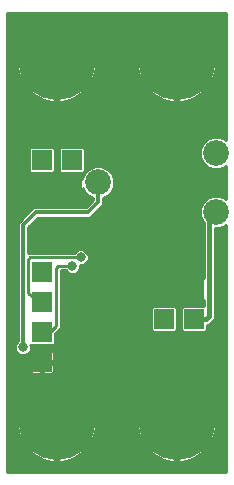
<source format=gbr>
G75*
G70*
%OFA0B0*%
%FSLAX24Y24*%
%IPPOS*%
%LPD*%
%AMOC8*
5,1,8,0,0,1.08239X$1,22.5*
%
%ADD10R,0.0650X0.0650*%
%ADD11C,0.2540*%
%ADD12C,0.0860*%
%ADD13C,0.0100*%
%ADD14C,0.0317*%
%ADD15C,0.0160*%
%ADD16C,0.0120*%
D10*
X001575Y007993D03*
X001575Y008993D03*
X001575Y009993D03*
X001575Y010993D03*
X001550Y013743D03*
X001550Y014743D03*
X001550Y015743D03*
X002550Y015743D03*
X002550Y014743D03*
X002550Y013743D03*
X005625Y010443D03*
X005625Y009443D03*
X005625Y008443D03*
X006625Y008443D03*
X006625Y009443D03*
X006625Y010443D03*
D11*
X006050Y005993D03*
X002050Y005993D03*
X002050Y017993D03*
X006050Y017993D03*
D12*
X007369Y014978D03*
X007369Y013009D03*
X003431Y013993D03*
D13*
X000400Y019643D02*
X000400Y004343D01*
X007700Y004343D01*
X007700Y012577D01*
X007674Y012551D01*
X007476Y012469D01*
X007327Y012469D01*
X007327Y009466D01*
X007215Y009354D01*
X007114Y009253D01*
X007060Y009253D01*
X007060Y009073D01*
X006996Y009008D01*
X006254Y009008D01*
X006190Y009073D01*
X006190Y009814D01*
X006254Y009878D01*
X006947Y009878D01*
X006947Y010068D01*
X006663Y010068D01*
X006663Y010406D01*
X006587Y010406D01*
X006250Y010406D01*
X006250Y010108D01*
X006258Y010090D01*
X006272Y010076D01*
X006290Y010068D01*
X006587Y010068D01*
X006587Y010406D01*
X006587Y010481D01*
X006250Y010481D01*
X006250Y010778D01*
X006258Y010797D01*
X006272Y010811D01*
X006290Y010818D01*
X006587Y010818D01*
X006587Y010481D01*
X006663Y010481D01*
X006663Y010818D01*
X006947Y010818D01*
X006947Y012667D01*
X006911Y012703D01*
X006829Y012902D01*
X006829Y013116D01*
X006911Y013315D01*
X007063Y013467D01*
X007261Y013549D01*
X007476Y013549D01*
X007674Y013467D01*
X007700Y013441D01*
X007700Y014545D01*
X007674Y014520D01*
X007476Y014438D01*
X007261Y014438D01*
X007063Y014520D01*
X006911Y014672D01*
X006829Y014870D01*
X006829Y015085D01*
X006911Y015283D01*
X007063Y015435D01*
X007261Y015518D01*
X007476Y015518D01*
X007674Y015435D01*
X007700Y015410D01*
X007700Y019643D01*
X000400Y019643D01*
X000400Y019556D02*
X007700Y019556D01*
X007700Y019458D02*
X000400Y019458D01*
X000400Y019359D02*
X007700Y019359D01*
X007700Y019261D02*
X006419Y019261D01*
X006371Y019275D02*
X006244Y019301D01*
X006115Y019313D01*
X006100Y019313D01*
X006100Y018043D01*
X007370Y018043D01*
X007370Y018058D01*
X007357Y018187D01*
X007332Y018314D01*
X007294Y018439D01*
X007245Y018558D01*
X007184Y018673D01*
X007112Y018781D01*
X007029Y018881D01*
X006938Y018973D01*
X006837Y019055D01*
X006729Y019127D01*
X006615Y019188D01*
X006495Y019238D01*
X006371Y019275D01*
X006100Y019261D02*
X006000Y019261D01*
X006000Y019313D02*
X005985Y019313D01*
X005856Y019301D01*
X005729Y019275D01*
X005605Y019238D01*
X005485Y019188D01*
X005371Y019127D01*
X005263Y019055D01*
X005162Y018973D01*
X005071Y018881D01*
X004988Y018781D01*
X004916Y018673D01*
X004855Y018558D01*
X004806Y018439D01*
X004768Y018314D01*
X004743Y018187D01*
X004730Y018058D01*
X004730Y018043D01*
X006000Y018043D01*
X006000Y017943D01*
X006100Y017943D01*
X006100Y016673D01*
X006115Y016673D01*
X006244Y016686D01*
X006371Y016711D01*
X006495Y016749D01*
X006615Y016799D01*
X006729Y016860D01*
X006837Y016932D01*
X006938Y017014D01*
X007029Y017106D01*
X007112Y017206D01*
X007184Y017314D01*
X007245Y017428D01*
X007294Y017548D01*
X007332Y017672D01*
X007357Y017799D01*
X007370Y017928D01*
X007370Y017943D01*
X006100Y017943D01*
X006100Y018043D01*
X006000Y018043D01*
X006000Y019313D01*
X006000Y019162D02*
X006100Y019162D01*
X006100Y019064D02*
X006000Y019064D01*
X006000Y018965D02*
X006100Y018965D01*
X006100Y018867D02*
X006000Y018867D01*
X006000Y018768D02*
X006100Y018768D01*
X006100Y018670D02*
X006000Y018670D01*
X006000Y018571D02*
X006100Y018571D01*
X006100Y018473D02*
X006000Y018473D01*
X006000Y018374D02*
X006100Y018374D01*
X006100Y018276D02*
X006000Y018276D01*
X006000Y018177D02*
X006100Y018177D01*
X006100Y018079D02*
X006000Y018079D01*
X006000Y017980D02*
X002100Y017980D01*
X002100Y017943D02*
X002100Y018043D01*
X003370Y018043D01*
X003370Y018058D01*
X003357Y018187D01*
X003332Y018314D01*
X003294Y018439D01*
X003245Y018558D01*
X003184Y018673D01*
X003112Y018781D01*
X003029Y018881D01*
X002938Y018973D01*
X002837Y019055D01*
X002729Y019127D01*
X002615Y019188D01*
X002495Y019238D01*
X002371Y019275D01*
X002244Y019301D01*
X002115Y019313D01*
X002100Y019313D01*
X002100Y018043D01*
X002000Y018043D01*
X002000Y017943D01*
X002100Y017943D01*
X002100Y016673D01*
X002115Y016673D01*
X002244Y016686D01*
X002371Y016711D01*
X002495Y016749D01*
X002615Y016799D01*
X002729Y016860D01*
X002837Y016932D01*
X002938Y017014D01*
X003029Y017106D01*
X003112Y017206D01*
X003184Y017314D01*
X003245Y017428D01*
X003294Y017548D01*
X003332Y017672D01*
X003357Y017799D01*
X003370Y017928D01*
X003370Y017943D01*
X002100Y017943D01*
X002100Y017882D02*
X002000Y017882D01*
X002000Y017943D02*
X002000Y016673D01*
X001985Y016673D01*
X001856Y016686D01*
X001729Y016711D01*
X001605Y016749D01*
X001485Y016799D01*
X001371Y016860D01*
X001263Y016932D01*
X001162Y017014D01*
X001071Y017106D01*
X000988Y017206D01*
X000916Y017314D01*
X000855Y017428D01*
X000806Y017548D01*
X000768Y017672D01*
X000743Y017799D01*
X000730Y017928D01*
X000730Y017943D01*
X002000Y017943D01*
X002000Y017980D02*
X000400Y017980D01*
X000400Y017882D02*
X000735Y017882D01*
X000746Y017783D02*
X000400Y017783D01*
X000400Y017685D02*
X000765Y017685D01*
X000794Y017586D02*
X000400Y017586D01*
X000400Y017488D02*
X000831Y017488D01*
X000876Y017389D02*
X000400Y017389D01*
X000400Y017291D02*
X000932Y017291D01*
X001000Y017192D02*
X000400Y017192D01*
X000400Y017094D02*
X001083Y017094D01*
X001185Y016995D02*
X000400Y016995D01*
X000400Y016897D02*
X001315Y016897D01*
X001486Y016798D02*
X000400Y016798D01*
X000400Y016700D02*
X001787Y016700D01*
X002000Y016700D02*
X002100Y016700D01*
X002100Y016798D02*
X002000Y016798D01*
X002000Y016897D02*
X002100Y016897D01*
X002100Y016995D02*
X002000Y016995D01*
X002000Y017094D02*
X002100Y017094D01*
X002100Y017192D02*
X002000Y017192D01*
X002000Y017291D02*
X002100Y017291D01*
X002100Y017389D02*
X002000Y017389D01*
X002000Y017488D02*
X002100Y017488D01*
X002100Y017586D02*
X002000Y017586D01*
X002000Y017685D02*
X002100Y017685D01*
X002100Y017783D02*
X002000Y017783D01*
X002000Y018043D02*
X000730Y018043D01*
X000730Y018058D01*
X000743Y018187D01*
X000768Y018314D01*
X000806Y018439D01*
X000855Y018558D01*
X000916Y018673D01*
X000988Y018781D01*
X001071Y018881D01*
X001162Y018973D01*
X001263Y019055D01*
X001371Y019127D01*
X001485Y019188D01*
X001605Y019238D01*
X001729Y019275D01*
X001856Y019301D01*
X001985Y019313D01*
X002000Y019313D01*
X002000Y018043D01*
X002000Y018079D02*
X002100Y018079D01*
X002100Y018177D02*
X002000Y018177D01*
X002000Y018276D02*
X002100Y018276D01*
X002100Y018374D02*
X002000Y018374D01*
X002000Y018473D02*
X002100Y018473D01*
X002100Y018571D02*
X002000Y018571D01*
X002000Y018670D02*
X002100Y018670D01*
X002100Y018768D02*
X002000Y018768D01*
X002000Y018867D02*
X002100Y018867D01*
X002100Y018965D02*
X002000Y018965D01*
X002000Y019064D02*
X002100Y019064D01*
X002100Y019162D02*
X002000Y019162D01*
X002000Y019261D02*
X002100Y019261D01*
X002419Y019261D02*
X005681Y019261D01*
X005437Y019162D02*
X002663Y019162D01*
X002824Y019064D02*
X005276Y019064D01*
X005155Y018965D02*
X002945Y018965D01*
X003041Y018867D02*
X005059Y018867D01*
X004980Y018768D02*
X003120Y018768D01*
X003185Y018670D02*
X004915Y018670D01*
X004862Y018571D02*
X003238Y018571D01*
X003280Y018473D02*
X004820Y018473D01*
X004786Y018374D02*
X003314Y018374D01*
X003340Y018276D02*
X004760Y018276D01*
X004742Y018177D02*
X003358Y018177D01*
X003368Y018079D02*
X004732Y018079D01*
X004730Y017943D02*
X004730Y017928D01*
X004743Y017799D01*
X004768Y017672D01*
X004806Y017548D01*
X004855Y017428D01*
X004916Y017314D01*
X004988Y017206D01*
X005071Y017106D01*
X005162Y017014D01*
X005263Y016932D01*
X005371Y016860D01*
X005485Y016799D01*
X005605Y016749D01*
X005729Y016711D01*
X005856Y016686D01*
X005985Y016673D01*
X006000Y016673D01*
X006000Y017943D01*
X004730Y017943D01*
X004735Y017882D02*
X003365Y017882D01*
X003354Y017783D02*
X004746Y017783D01*
X004765Y017685D02*
X003335Y017685D01*
X003306Y017586D02*
X004794Y017586D01*
X004831Y017488D02*
X003269Y017488D01*
X003224Y017389D02*
X004876Y017389D01*
X004932Y017291D02*
X003168Y017291D01*
X003100Y017192D02*
X005000Y017192D01*
X005083Y017094D02*
X003017Y017094D01*
X002915Y016995D02*
X005185Y016995D01*
X005315Y016897D02*
X002785Y016897D01*
X002614Y016798D02*
X005486Y016798D01*
X005787Y016700D02*
X002313Y016700D01*
X002215Y016118D02*
X002197Y016111D01*
X002183Y016097D01*
X002175Y016078D01*
X002175Y015781D01*
X002512Y015781D01*
X002512Y015706D01*
X002175Y015706D01*
X002175Y015408D01*
X002183Y015390D01*
X002197Y015376D01*
X002215Y015368D01*
X002512Y015368D01*
X002512Y015706D01*
X002588Y015706D01*
X002588Y015781D01*
X002925Y015781D01*
X002925Y016078D01*
X002917Y016097D01*
X002903Y016111D01*
X002885Y016118D01*
X002588Y016118D01*
X002588Y015781D01*
X002512Y015781D01*
X002512Y016118D01*
X002215Y016118D01*
X002195Y016109D02*
X001905Y016109D01*
X001903Y016111D02*
X001885Y016118D01*
X001588Y016118D01*
X001588Y015781D01*
X001925Y015781D01*
X001925Y016078D01*
X001917Y016097D01*
X001903Y016111D01*
X001925Y016010D02*
X002175Y016010D01*
X002175Y015912D02*
X001925Y015912D01*
X001925Y015813D02*
X002175Y015813D01*
X002175Y015616D02*
X001925Y015616D01*
X001925Y015706D02*
X001925Y015408D01*
X001917Y015390D01*
X001903Y015376D01*
X001885Y015368D01*
X001588Y015368D01*
X001588Y015706D01*
X001588Y015781D01*
X001512Y015781D01*
X001512Y015706D01*
X001175Y015706D01*
X001175Y015408D01*
X001183Y015390D01*
X001197Y015376D01*
X001215Y015368D01*
X001512Y015368D01*
X001512Y015706D01*
X001588Y015706D01*
X001925Y015706D01*
X001925Y015518D02*
X002175Y015518D01*
X002175Y015419D02*
X001925Y015419D01*
X001921Y015178D02*
X001985Y015114D01*
X001985Y014373D01*
X001921Y014308D01*
X001179Y014308D01*
X001115Y014373D01*
X001115Y015114D01*
X001179Y015178D01*
X001921Y015178D01*
X001975Y015124D02*
X002125Y015124D01*
X002115Y015114D02*
X002115Y014373D01*
X002179Y014308D01*
X002921Y014308D01*
X002985Y014373D01*
X002985Y015114D01*
X002921Y015178D01*
X002179Y015178D01*
X002115Y015114D01*
X002115Y015025D02*
X001985Y015025D01*
X001985Y014927D02*
X002115Y014927D01*
X002115Y014828D02*
X001985Y014828D01*
X001985Y014730D02*
X002115Y014730D01*
X002115Y014631D02*
X001985Y014631D01*
X001985Y014533D02*
X002115Y014533D01*
X002115Y014434D02*
X001985Y014434D01*
X001948Y014336D02*
X002152Y014336D01*
X002215Y014118D02*
X002197Y014111D01*
X002183Y014097D01*
X002175Y014078D01*
X002175Y013781D01*
X002512Y013781D01*
X002512Y013706D01*
X002175Y013706D01*
X002175Y013408D01*
X002183Y013390D01*
X002197Y013376D01*
X002215Y013368D01*
X002512Y013368D01*
X002512Y013706D01*
X002588Y013706D01*
X002588Y013781D01*
X002925Y013781D01*
X002925Y013805D01*
X002974Y013687D01*
X003126Y013536D01*
X003261Y013479D01*
X003261Y013395D01*
X003030Y013163D01*
X001280Y013163D01*
X000855Y012738D01*
X000755Y012639D01*
X000755Y008703D01*
X000697Y008646D01*
X000656Y008547D01*
X000656Y008440D01*
X000697Y008341D01*
X000773Y008265D01*
X000872Y008225D01*
X000978Y008225D01*
X001077Y008265D01*
X001153Y008341D01*
X001194Y008440D01*
X001194Y008547D01*
X001178Y008585D01*
X001204Y008558D01*
X001946Y008558D01*
X002010Y008623D01*
X005250Y008623D01*
X005250Y008721D02*
X002010Y008721D01*
X002010Y008623D02*
X002010Y008977D01*
X002185Y009152D01*
X002185Y011058D01*
X002355Y011058D01*
X002423Y010990D01*
X002522Y010950D01*
X002628Y010950D01*
X002727Y010990D01*
X002803Y011066D01*
X002844Y011165D01*
X002844Y011225D01*
X002903Y011225D01*
X003002Y011265D01*
X003078Y011341D01*
X003119Y011440D01*
X003119Y011547D01*
X003078Y011646D01*
X003002Y011721D01*
X002903Y011762D01*
X002797Y011762D01*
X002698Y011721D01*
X002630Y011653D01*
X001109Y011653D01*
X001095Y011640D01*
X001095Y012498D01*
X001420Y012823D01*
X003170Y012823D01*
X003270Y012923D01*
X003502Y013155D01*
X003601Y013254D01*
X003601Y013479D01*
X003737Y013536D01*
X003889Y013687D01*
X003971Y013886D01*
X003971Y014101D01*
X003889Y014299D01*
X003737Y014451D01*
X003539Y014533D01*
X003324Y014533D01*
X003126Y014451D01*
X002974Y014299D01*
X002897Y014113D01*
X002885Y014118D01*
X002588Y014118D01*
X002588Y013781D01*
X002512Y013781D01*
X002512Y014118D01*
X002215Y014118D01*
X002175Y014040D02*
X001925Y014040D01*
X001925Y014078D02*
X001917Y014097D01*
X001903Y014111D01*
X001885Y014118D01*
X001588Y014118D01*
X001588Y013781D01*
X001925Y013781D01*
X001925Y014078D01*
X001925Y013942D02*
X002175Y013942D01*
X002175Y013843D02*
X001925Y013843D01*
X001925Y013706D02*
X001588Y013706D01*
X001588Y013781D01*
X001512Y013781D01*
X001512Y013706D01*
X001175Y013706D01*
X001175Y013408D01*
X001183Y013390D01*
X001197Y013376D01*
X001215Y013368D01*
X001512Y013368D01*
X001512Y013706D01*
X001588Y013706D01*
X001588Y013368D01*
X001885Y013368D01*
X001903Y013376D01*
X001917Y013390D01*
X001925Y013408D01*
X001925Y013706D01*
X001925Y013646D02*
X002175Y013646D01*
X002175Y013548D02*
X001925Y013548D01*
X001925Y013449D02*
X002175Y013449D01*
X002512Y013449D02*
X002588Y013449D01*
X002588Y013368D02*
X002885Y013368D01*
X002903Y013376D01*
X002917Y013390D01*
X002925Y013408D01*
X002925Y013706D01*
X002588Y013706D01*
X002588Y013368D01*
X002588Y013548D02*
X002512Y013548D01*
X002512Y013646D02*
X002588Y013646D01*
X002588Y013745D02*
X002950Y013745D01*
X002925Y013646D02*
X003015Y013646D01*
X002925Y013548D02*
X003113Y013548D01*
X003261Y013449D02*
X002925Y013449D01*
X003119Y013252D02*
X000400Y013252D01*
X000400Y013154D02*
X001270Y013154D01*
X001172Y013055D02*
X000400Y013055D01*
X000400Y012957D02*
X001073Y012957D01*
X000975Y012858D02*
X000400Y012858D01*
X000400Y012760D02*
X000876Y012760D01*
X000778Y012661D02*
X000400Y012661D01*
X000400Y012563D02*
X000755Y012563D01*
X000755Y012464D02*
X000400Y012464D01*
X000400Y012366D02*
X000755Y012366D01*
X000755Y012267D02*
X000400Y012267D01*
X000400Y012169D02*
X000755Y012169D01*
X000755Y012070D02*
X000400Y012070D01*
X000400Y011972D02*
X000755Y011972D01*
X000755Y011873D02*
X000400Y011873D01*
X000400Y011775D02*
X000755Y011775D01*
X000755Y011676D02*
X000400Y011676D01*
X000400Y011578D02*
X000755Y011578D01*
X000755Y011479D02*
X000400Y011479D01*
X000400Y011381D02*
X000755Y011381D01*
X000755Y011282D02*
X000400Y011282D01*
X000400Y011184D02*
X000755Y011184D01*
X000755Y011085D02*
X000400Y011085D01*
X000400Y010987D02*
X000755Y010987D01*
X000755Y010888D02*
X000400Y010888D01*
X000400Y010790D02*
X000755Y010790D01*
X000755Y010691D02*
X000400Y010691D01*
X000400Y010593D02*
X000755Y010593D01*
X000755Y010494D02*
X000400Y010494D01*
X000400Y010396D02*
X000755Y010396D01*
X000755Y010297D02*
X000400Y010297D01*
X000400Y010199D02*
X000755Y010199D01*
X000755Y010100D02*
X000400Y010100D01*
X000400Y010002D02*
X000755Y010002D01*
X000755Y009903D02*
X000400Y009903D01*
X000400Y009805D02*
X000755Y009805D01*
X000755Y009706D02*
X000400Y009706D01*
X000400Y009608D02*
X000755Y009608D01*
X000755Y009509D02*
X000400Y009509D01*
X000400Y009411D02*
X000755Y009411D01*
X000755Y009312D02*
X000400Y009312D01*
X000400Y009214D02*
X000755Y009214D01*
X000755Y009115D02*
X000400Y009115D01*
X000400Y009017D02*
X000755Y009017D01*
X000755Y008918D02*
X000400Y008918D01*
X000400Y008820D02*
X000755Y008820D01*
X000755Y008721D02*
X000400Y008721D01*
X000400Y008623D02*
X000688Y008623D01*
X000656Y008524D02*
X000400Y008524D01*
X000400Y008426D02*
X000662Y008426D01*
X000711Y008327D02*
X000400Y008327D01*
X000400Y008229D02*
X000861Y008229D01*
X000989Y008229D02*
X001200Y008229D01*
X001200Y008327D02*
X001139Y008327D01*
X001200Y008328D02*
X001200Y008031D01*
X001537Y008031D01*
X001537Y007956D01*
X001200Y007956D01*
X001200Y007658D01*
X001208Y007640D01*
X001222Y007626D01*
X001240Y007618D01*
X001537Y007618D01*
X001537Y007956D01*
X001613Y007956D01*
X001613Y008031D01*
X001950Y008031D01*
X001950Y008328D01*
X001942Y008347D01*
X001928Y008361D01*
X001910Y008368D01*
X001613Y008368D01*
X001613Y008031D01*
X001537Y008031D01*
X001537Y008368D01*
X001240Y008368D01*
X001222Y008361D01*
X001208Y008347D01*
X001200Y008328D01*
X001188Y008426D02*
X005587Y008426D01*
X005587Y008406D02*
X005250Y008406D01*
X005250Y008108D01*
X005258Y008090D01*
X005272Y008076D01*
X005290Y008068D01*
X005587Y008068D01*
X005587Y008406D01*
X005587Y008481D01*
X005250Y008481D01*
X005250Y008778D01*
X005258Y008797D01*
X005272Y008811D01*
X005290Y008818D01*
X005587Y008818D01*
X005587Y008481D01*
X005663Y008481D01*
X006000Y008481D01*
X006000Y008778D01*
X005992Y008797D01*
X005978Y008811D01*
X005960Y008818D01*
X005663Y008818D01*
X005663Y008481D01*
X005663Y008406D01*
X006000Y008406D01*
X006000Y008108D01*
X005992Y008090D01*
X005978Y008076D01*
X005960Y008068D01*
X005663Y008068D01*
X005663Y008406D01*
X005587Y008406D01*
X005663Y008426D02*
X006587Y008426D01*
X006587Y008406D02*
X006250Y008406D01*
X006250Y008108D01*
X006258Y008090D01*
X006272Y008076D01*
X006290Y008068D01*
X006587Y008068D01*
X006587Y008406D01*
X006587Y008481D01*
X006250Y008481D01*
X006250Y008778D01*
X006258Y008797D01*
X006272Y008811D01*
X006290Y008818D01*
X006587Y008818D01*
X006587Y008481D01*
X006663Y008481D01*
X007000Y008481D01*
X007000Y008778D01*
X006992Y008797D01*
X006978Y008811D01*
X006960Y008818D01*
X006663Y008818D01*
X006663Y008481D01*
X006663Y008406D01*
X007000Y008406D01*
X007000Y008108D01*
X006992Y008090D01*
X006978Y008076D01*
X006960Y008068D01*
X006663Y008068D01*
X006663Y008406D01*
X006587Y008406D01*
X006663Y008426D02*
X007700Y008426D01*
X007700Y008524D02*
X007000Y008524D01*
X007000Y008623D02*
X007700Y008623D01*
X007700Y008721D02*
X007000Y008721D01*
X007004Y009017D02*
X007700Y009017D01*
X007700Y009115D02*
X007060Y009115D01*
X007060Y009214D02*
X007700Y009214D01*
X007700Y009312D02*
X007173Y009312D01*
X007272Y009411D02*
X007700Y009411D01*
X007700Y009509D02*
X007327Y009509D01*
X007327Y009608D02*
X007700Y009608D01*
X007700Y009706D02*
X007327Y009706D01*
X007327Y009805D02*
X007700Y009805D01*
X007700Y009903D02*
X007327Y009903D01*
X007327Y010002D02*
X007700Y010002D01*
X007700Y010100D02*
X007327Y010100D01*
X007327Y010199D02*
X007700Y010199D01*
X007700Y010297D02*
X007327Y010297D01*
X007327Y010396D02*
X007700Y010396D01*
X007700Y010494D02*
X007327Y010494D01*
X007327Y010593D02*
X007700Y010593D01*
X007700Y010691D02*
X007327Y010691D01*
X007327Y010790D02*
X007700Y010790D01*
X007700Y010888D02*
X007327Y010888D01*
X007327Y010987D02*
X007700Y010987D01*
X007700Y011085D02*
X007327Y011085D01*
X007327Y011184D02*
X007700Y011184D01*
X007700Y011282D02*
X007327Y011282D01*
X007327Y011381D02*
X007700Y011381D01*
X007700Y011479D02*
X007327Y011479D01*
X007327Y011578D02*
X007700Y011578D01*
X007700Y011676D02*
X007327Y011676D01*
X007327Y011775D02*
X007700Y011775D01*
X007700Y011873D02*
X007327Y011873D01*
X007327Y011972D02*
X007700Y011972D01*
X007700Y012070D02*
X007327Y012070D01*
X007327Y012169D02*
X007700Y012169D01*
X007700Y012267D02*
X007327Y012267D01*
X007327Y012366D02*
X007700Y012366D01*
X007700Y012464D02*
X007327Y012464D01*
X007686Y012563D02*
X007700Y012563D01*
X007692Y013449D02*
X007700Y013449D01*
X007700Y013548D02*
X007479Y013548D01*
X007258Y013548D02*
X003750Y013548D01*
X003848Y013646D02*
X007700Y013646D01*
X007700Y013745D02*
X003913Y013745D01*
X003954Y013843D02*
X007700Y013843D01*
X007700Y013942D02*
X003971Y013942D01*
X003971Y014040D02*
X007700Y014040D01*
X007700Y014139D02*
X003956Y014139D01*
X003915Y014237D02*
X007700Y014237D01*
X007700Y014336D02*
X003853Y014336D01*
X003754Y014434D02*
X007700Y014434D01*
X007687Y014533D02*
X007700Y014533D01*
X007690Y015419D02*
X007700Y015419D01*
X007700Y015518D02*
X002925Y015518D01*
X002925Y015616D02*
X007700Y015616D01*
X007700Y015715D02*
X002588Y015715D01*
X002588Y015706D02*
X002925Y015706D01*
X002925Y015408D01*
X002917Y015390D01*
X002903Y015376D01*
X002885Y015368D01*
X002588Y015368D01*
X002588Y015706D01*
X002512Y015715D02*
X001588Y015715D01*
X001512Y015715D02*
X000400Y015715D01*
X000400Y015813D02*
X001175Y015813D01*
X001175Y015781D02*
X001175Y016078D01*
X001183Y016097D01*
X001197Y016111D01*
X001215Y016118D01*
X001512Y016118D01*
X001512Y015781D01*
X001175Y015781D01*
X001175Y015912D02*
X000400Y015912D01*
X000400Y016010D02*
X001175Y016010D01*
X001195Y016109D02*
X000400Y016109D01*
X000400Y016207D02*
X007700Y016207D01*
X007700Y016109D02*
X002905Y016109D01*
X002925Y016010D02*
X007700Y016010D01*
X007700Y015912D02*
X002925Y015912D01*
X002925Y015813D02*
X007700Y015813D01*
X007700Y016306D02*
X000400Y016306D01*
X000400Y016404D02*
X007700Y016404D01*
X007700Y016503D02*
X000400Y016503D01*
X000400Y016601D02*
X007700Y016601D01*
X007700Y016700D02*
X006313Y016700D01*
X006100Y016700D02*
X006000Y016700D01*
X006000Y016798D02*
X006100Y016798D01*
X006100Y016897D02*
X006000Y016897D01*
X006000Y016995D02*
X006100Y016995D01*
X006100Y017094D02*
X006000Y017094D01*
X006000Y017192D02*
X006100Y017192D01*
X006100Y017291D02*
X006000Y017291D01*
X006000Y017389D02*
X006100Y017389D01*
X006100Y017488D02*
X006000Y017488D01*
X006000Y017586D02*
X006100Y017586D01*
X006100Y017685D02*
X006000Y017685D01*
X006000Y017783D02*
X006100Y017783D01*
X006100Y017882D02*
X006000Y017882D01*
X006100Y017980D02*
X007700Y017980D01*
X007700Y017882D02*
X007365Y017882D01*
X007354Y017783D02*
X007700Y017783D01*
X007700Y017685D02*
X007335Y017685D01*
X007306Y017586D02*
X007700Y017586D01*
X007700Y017488D02*
X007269Y017488D01*
X007224Y017389D02*
X007700Y017389D01*
X007700Y017291D02*
X007168Y017291D01*
X007100Y017192D02*
X007700Y017192D01*
X007700Y017094D02*
X007017Y017094D01*
X006915Y016995D02*
X007700Y016995D01*
X007700Y016897D02*
X006785Y016897D01*
X006614Y016798D02*
X007700Y016798D01*
X007700Y018079D02*
X007368Y018079D01*
X007358Y018177D02*
X007700Y018177D01*
X007700Y018276D02*
X007340Y018276D01*
X007314Y018374D02*
X007700Y018374D01*
X007700Y018473D02*
X007280Y018473D01*
X007238Y018571D02*
X007700Y018571D01*
X007700Y018670D02*
X007185Y018670D01*
X007120Y018768D02*
X007700Y018768D01*
X007700Y018867D02*
X007041Y018867D01*
X006945Y018965D02*
X007700Y018965D01*
X007700Y019064D02*
X006824Y019064D01*
X006663Y019162D02*
X007700Y019162D01*
X007047Y015419D02*
X002925Y015419D01*
X002975Y015124D02*
X006845Y015124D01*
X006829Y015025D02*
X002985Y015025D01*
X002985Y014927D02*
X006829Y014927D01*
X006846Y014828D02*
X002985Y014828D01*
X002985Y014730D02*
X006887Y014730D01*
X006951Y014631D02*
X002985Y014631D01*
X002985Y014533D02*
X003323Y014533D01*
X003540Y014533D02*
X007050Y014533D01*
X006885Y015222D02*
X000400Y015222D01*
X000400Y015124D02*
X001125Y015124D01*
X001115Y015025D02*
X000400Y015025D01*
X000400Y014927D02*
X001115Y014927D01*
X001115Y014828D02*
X000400Y014828D01*
X000400Y014730D02*
X001115Y014730D01*
X001115Y014631D02*
X000400Y014631D01*
X000400Y014533D02*
X001115Y014533D01*
X001115Y014434D02*
X000400Y014434D01*
X000400Y014336D02*
X001152Y014336D01*
X001215Y014118D02*
X001197Y014111D01*
X001183Y014097D01*
X001175Y014078D01*
X001175Y013781D01*
X001512Y013781D01*
X001512Y014118D01*
X001215Y014118D01*
X001175Y014040D02*
X000400Y014040D01*
X000400Y013942D02*
X001175Y013942D01*
X001175Y013843D02*
X000400Y013843D01*
X000400Y013745D02*
X001512Y013745D01*
X001588Y013745D02*
X002512Y013745D01*
X002512Y013843D02*
X002588Y013843D01*
X002588Y013942D02*
X002512Y013942D01*
X002512Y014040D02*
X002588Y014040D01*
X002907Y014139D02*
X000400Y014139D01*
X000400Y014237D02*
X002948Y014237D01*
X002948Y014336D02*
X003010Y014336D01*
X002985Y014434D02*
X003109Y014434D01*
X002588Y015419D02*
X002512Y015419D01*
X002512Y015518D02*
X002588Y015518D01*
X002588Y015616D02*
X002512Y015616D01*
X002512Y015813D02*
X002588Y015813D01*
X002588Y015912D02*
X002512Y015912D01*
X002512Y016010D02*
X002588Y016010D01*
X002588Y016109D02*
X002512Y016109D01*
X001588Y016109D02*
X001512Y016109D01*
X001512Y016010D02*
X001588Y016010D01*
X001588Y015912D02*
X001512Y015912D01*
X001512Y015813D02*
X001588Y015813D01*
X001588Y015616D02*
X001512Y015616D01*
X001512Y015518D02*
X001588Y015518D01*
X001588Y015419D02*
X001512Y015419D01*
X001175Y015419D02*
X000400Y015419D01*
X000400Y015321D02*
X006948Y015321D01*
X007045Y013449D02*
X003601Y013449D01*
X003601Y013351D02*
X006947Y013351D01*
X006885Y013252D02*
X003599Y013252D01*
X003502Y013155D02*
X003502Y013155D01*
X003501Y013154D02*
X006844Y013154D01*
X006829Y013055D02*
X003402Y013055D01*
X003304Y012957D02*
X006829Y012957D01*
X006846Y012858D02*
X003205Y012858D01*
X003217Y013351D02*
X000400Y013351D01*
X000400Y013449D02*
X001175Y013449D01*
X001175Y013548D02*
X000400Y013548D01*
X000400Y013646D02*
X001175Y013646D01*
X001512Y013646D02*
X001588Y013646D01*
X001588Y013548D02*
X001512Y013548D01*
X001512Y013449D02*
X001588Y013449D01*
X001588Y013843D02*
X001512Y013843D01*
X001512Y013942D02*
X001588Y013942D01*
X001588Y014040D02*
X001512Y014040D01*
X001357Y012760D02*
X006887Y012760D01*
X006947Y012661D02*
X001258Y012661D01*
X001160Y012563D02*
X006947Y012563D01*
X006947Y012464D02*
X001095Y012464D01*
X001095Y012366D02*
X006947Y012366D01*
X006947Y012267D02*
X001095Y012267D01*
X001095Y012169D02*
X006947Y012169D01*
X006947Y012070D02*
X001095Y012070D01*
X001095Y011972D02*
X006947Y011972D01*
X006947Y011873D02*
X001095Y011873D01*
X001095Y011775D02*
X006947Y011775D01*
X006947Y011676D02*
X003047Y011676D01*
X003106Y011578D02*
X006947Y011578D01*
X006947Y011479D02*
X003119Y011479D01*
X003094Y011381D02*
X006947Y011381D01*
X006947Y011282D02*
X003019Y011282D01*
X002844Y011184D02*
X006947Y011184D01*
X006947Y011085D02*
X002811Y011085D01*
X002718Y010987D02*
X006947Y010987D01*
X006947Y010888D02*
X002185Y010888D01*
X002185Y010790D02*
X005255Y010790D01*
X005258Y010797D02*
X005250Y010778D01*
X005250Y010481D01*
X005587Y010481D01*
X005587Y010406D01*
X005250Y010406D01*
X005250Y010108D01*
X005258Y010090D01*
X005272Y010076D01*
X005290Y010068D01*
X005587Y010068D01*
X005587Y010406D01*
X005663Y010406D01*
X005663Y010481D01*
X006000Y010481D01*
X006000Y010778D01*
X005992Y010797D01*
X005978Y010811D01*
X005960Y010818D01*
X005663Y010818D01*
X005663Y010481D01*
X005587Y010481D01*
X005587Y010818D01*
X005290Y010818D01*
X005272Y010811D01*
X005258Y010797D01*
X005250Y010691D02*
X002185Y010691D01*
X002185Y010593D02*
X005250Y010593D01*
X005250Y010494D02*
X002185Y010494D01*
X002185Y010396D02*
X005250Y010396D01*
X005250Y010297D02*
X002185Y010297D01*
X002185Y010199D02*
X005250Y010199D01*
X005253Y010100D02*
X002185Y010100D01*
X002185Y010002D02*
X006947Y010002D01*
X006947Y009903D02*
X002185Y009903D01*
X002185Y009805D02*
X005190Y009805D01*
X005190Y009814D02*
X005190Y009073D01*
X005254Y009008D01*
X005996Y009008D01*
X006060Y009073D01*
X006060Y009814D01*
X005996Y009878D01*
X005254Y009878D01*
X005190Y009814D01*
X005190Y009706D02*
X002185Y009706D01*
X002185Y009608D02*
X005190Y009608D01*
X005190Y009509D02*
X002185Y009509D01*
X002185Y009411D02*
X005190Y009411D01*
X005190Y009312D02*
X002185Y009312D01*
X002185Y009214D02*
X005190Y009214D01*
X005190Y009115D02*
X002148Y009115D01*
X002050Y009017D02*
X005246Y009017D01*
X005250Y008524D02*
X001194Y008524D01*
X001200Y008130D02*
X000400Y008130D01*
X000400Y008032D02*
X001200Y008032D01*
X001200Y007933D02*
X000400Y007933D01*
X000400Y007835D02*
X001200Y007835D01*
X001200Y007736D02*
X000400Y007736D01*
X000400Y007638D02*
X001210Y007638D01*
X001485Y007188D02*
X001371Y007127D01*
X001263Y007055D01*
X001162Y006973D01*
X001071Y006881D01*
X000988Y006781D01*
X000916Y006673D01*
X000855Y006558D01*
X000806Y006439D01*
X000768Y006314D01*
X000743Y006187D01*
X000730Y006058D01*
X000730Y006043D01*
X002000Y006043D01*
X002000Y005943D01*
X002100Y005943D01*
X002100Y004673D01*
X002115Y004673D01*
X002244Y004686D01*
X002371Y004711D01*
X002495Y004749D01*
X002615Y004799D01*
X002729Y004860D01*
X002837Y004932D01*
X002938Y005014D01*
X003029Y005106D01*
X003112Y005206D01*
X003184Y005314D01*
X003245Y005428D01*
X003294Y005548D01*
X003332Y005672D01*
X003357Y005799D01*
X003370Y005928D01*
X003370Y005943D01*
X002100Y005943D01*
X002100Y006043D01*
X003370Y006043D01*
X003370Y006058D01*
X003357Y006187D01*
X003332Y006314D01*
X003294Y006439D01*
X003245Y006558D01*
X003184Y006673D01*
X003112Y006781D01*
X003029Y006881D01*
X002938Y006973D01*
X002837Y007055D01*
X002729Y007127D01*
X002615Y007188D01*
X002495Y007238D01*
X002371Y007275D01*
X002244Y007301D01*
X002115Y007313D01*
X002100Y007313D01*
X002100Y006043D01*
X002000Y006043D01*
X002000Y007313D01*
X001985Y007313D01*
X001856Y007301D01*
X001729Y007275D01*
X001605Y007238D01*
X001485Y007188D01*
X001405Y007145D02*
X000400Y007145D01*
X000400Y007047D02*
X001253Y007047D01*
X001138Y006948D02*
X000400Y006948D01*
X000400Y006850D02*
X001045Y006850D01*
X000969Y006751D02*
X000400Y006751D01*
X000400Y006653D02*
X000906Y006653D01*
X000854Y006554D02*
X000400Y006554D01*
X000400Y006456D02*
X000813Y006456D01*
X000781Y006357D02*
X000400Y006357D01*
X000400Y006259D02*
X000757Y006259D01*
X000740Y006160D02*
X000400Y006160D01*
X000400Y006062D02*
X000730Y006062D01*
X000730Y005943D02*
X000730Y005928D01*
X000743Y005799D01*
X000768Y005672D01*
X000806Y005548D01*
X000855Y005428D01*
X000916Y005314D01*
X000988Y005206D01*
X001071Y005106D01*
X001162Y005014D01*
X001263Y004932D01*
X001371Y004860D01*
X001485Y004799D01*
X001605Y004749D01*
X001729Y004711D01*
X001856Y004686D01*
X001985Y004673D01*
X002000Y004673D01*
X002000Y005943D01*
X000730Y005943D01*
X000736Y005865D02*
X000400Y005865D01*
X000400Y005963D02*
X002000Y005963D01*
X002000Y005865D02*
X002100Y005865D01*
X002100Y005963D02*
X006000Y005963D01*
X006000Y005943D02*
X004730Y005943D01*
X004730Y005928D01*
X004743Y005799D01*
X004768Y005672D01*
X004806Y005548D01*
X004855Y005428D01*
X004916Y005314D01*
X004988Y005206D01*
X005071Y005106D01*
X005162Y005014D01*
X005263Y004932D01*
X005371Y004860D01*
X005485Y004799D01*
X005605Y004749D01*
X005729Y004711D01*
X005856Y004686D01*
X005985Y004673D01*
X006000Y004673D01*
X006000Y005943D01*
X006100Y005943D01*
X006100Y004673D01*
X006115Y004673D01*
X006244Y004686D01*
X006371Y004711D01*
X006495Y004749D01*
X006615Y004799D01*
X006729Y004860D01*
X006837Y004932D01*
X006938Y005014D01*
X007029Y005106D01*
X007112Y005206D01*
X007184Y005314D01*
X007245Y005428D01*
X007294Y005548D01*
X007332Y005672D01*
X007357Y005799D01*
X007370Y005928D01*
X007370Y005943D01*
X006100Y005943D01*
X006100Y006043D01*
X007370Y006043D01*
X007370Y006058D01*
X007357Y006187D01*
X007332Y006314D01*
X007294Y006439D01*
X007245Y006558D01*
X007184Y006673D01*
X007112Y006781D01*
X007029Y006881D01*
X006938Y006973D01*
X006837Y007055D01*
X006729Y007127D01*
X006615Y007188D01*
X006495Y007238D01*
X006371Y007275D01*
X006244Y007301D01*
X006115Y007313D01*
X006100Y007313D01*
X006100Y006043D01*
X006000Y006043D01*
X006000Y005943D01*
X006000Y005865D02*
X006100Y005865D01*
X006100Y005963D02*
X007700Y005963D01*
X007700Y005865D02*
X007364Y005865D01*
X007351Y005766D02*
X007700Y005766D01*
X007700Y005668D02*
X007331Y005668D01*
X007301Y005569D02*
X007700Y005569D01*
X007700Y005471D02*
X007262Y005471D01*
X007215Y005372D02*
X007700Y005372D01*
X007700Y005274D02*
X007157Y005274D01*
X007086Y005175D02*
X007700Y005175D01*
X007700Y005077D02*
X007000Y005077D01*
X006894Y004978D02*
X007700Y004978D01*
X007700Y004880D02*
X006759Y004880D01*
X006573Y004781D02*
X007700Y004781D01*
X007700Y004683D02*
X006211Y004683D01*
X006100Y004683D02*
X006000Y004683D01*
X006000Y004781D02*
X006100Y004781D01*
X006100Y004880D02*
X006000Y004880D01*
X006000Y004978D02*
X006100Y004978D01*
X006100Y005077D02*
X006000Y005077D01*
X006000Y005175D02*
X006100Y005175D01*
X006100Y005274D02*
X006000Y005274D01*
X006000Y005372D02*
X006100Y005372D01*
X006100Y005471D02*
X006000Y005471D01*
X006000Y005569D02*
X006100Y005569D01*
X006100Y005668D02*
X006000Y005668D01*
X006000Y005766D02*
X006100Y005766D01*
X006000Y006043D02*
X004730Y006043D01*
X004730Y006058D01*
X004743Y006187D01*
X004768Y006314D01*
X004806Y006439D01*
X004855Y006558D01*
X004916Y006673D01*
X004988Y006781D01*
X005071Y006881D01*
X005162Y006973D01*
X005263Y007055D01*
X005371Y007127D01*
X005485Y007188D01*
X005605Y007238D01*
X005729Y007275D01*
X005856Y007301D01*
X005985Y007313D01*
X006000Y007313D01*
X006000Y006043D01*
X006000Y006062D02*
X006100Y006062D01*
X006100Y006160D02*
X006000Y006160D01*
X006000Y006259D02*
X006100Y006259D01*
X006100Y006357D02*
X006000Y006357D01*
X006000Y006456D02*
X006100Y006456D01*
X006100Y006554D02*
X006000Y006554D01*
X006000Y006653D02*
X006100Y006653D01*
X006100Y006751D02*
X006000Y006751D01*
X006000Y006850D02*
X006100Y006850D01*
X006100Y006948D02*
X006000Y006948D01*
X006000Y007047D02*
X006100Y007047D01*
X006100Y007145D02*
X006000Y007145D01*
X006000Y007244D02*
X006100Y007244D01*
X006475Y007244D02*
X007700Y007244D01*
X007700Y007342D02*
X000400Y007342D01*
X000400Y007244D02*
X001625Y007244D01*
X001613Y007618D02*
X001910Y007618D01*
X001928Y007626D01*
X001942Y007640D01*
X001950Y007658D01*
X001950Y007956D01*
X001613Y007956D01*
X001613Y007618D01*
X001613Y007638D02*
X001537Y007638D01*
X001537Y007736D02*
X001613Y007736D01*
X001613Y007835D02*
X001537Y007835D01*
X001537Y007933D02*
X001613Y007933D01*
X001613Y008032D02*
X001537Y008032D01*
X001537Y008130D02*
X001613Y008130D01*
X001613Y008229D02*
X001537Y008229D01*
X001537Y008327D02*
X001613Y008327D01*
X001950Y008327D02*
X005250Y008327D01*
X005250Y008229D02*
X001950Y008229D01*
X001950Y008130D02*
X005250Y008130D01*
X005587Y008130D02*
X005663Y008130D01*
X005663Y008229D02*
X005587Y008229D01*
X005587Y008327D02*
X005663Y008327D01*
X005663Y008524D02*
X005587Y008524D01*
X005587Y008623D02*
X005663Y008623D01*
X005663Y008721D02*
X005587Y008721D01*
X006000Y008721D02*
X006250Y008721D01*
X006250Y008623D02*
X006000Y008623D01*
X006000Y008524D02*
X006250Y008524D01*
X006250Y008327D02*
X006000Y008327D01*
X006000Y008229D02*
X006250Y008229D01*
X006250Y008130D02*
X006000Y008130D01*
X006004Y009017D02*
X006246Y009017D01*
X006190Y009115D02*
X006060Y009115D01*
X006060Y009214D02*
X006190Y009214D01*
X006190Y009312D02*
X006060Y009312D01*
X006060Y009411D02*
X006190Y009411D01*
X006190Y009509D02*
X006060Y009509D01*
X006060Y009608D02*
X006190Y009608D01*
X006190Y009706D02*
X006060Y009706D01*
X006060Y009805D02*
X006190Y009805D01*
X006253Y010100D02*
X005997Y010100D01*
X006000Y010108D02*
X006000Y010406D01*
X005663Y010406D01*
X005663Y010068D01*
X005960Y010068D01*
X005978Y010076D01*
X005992Y010090D01*
X006000Y010108D01*
X006000Y010199D02*
X006250Y010199D01*
X006250Y010297D02*
X006000Y010297D01*
X006000Y010396D02*
X006250Y010396D01*
X006250Y010494D02*
X006000Y010494D01*
X006000Y010593D02*
X006250Y010593D01*
X006250Y010691D02*
X006000Y010691D01*
X005995Y010790D02*
X006255Y010790D01*
X006587Y010790D02*
X006663Y010790D01*
X006663Y010691D02*
X006587Y010691D01*
X006587Y010593D02*
X006663Y010593D01*
X006663Y010494D02*
X006587Y010494D01*
X006587Y010396D02*
X006663Y010396D01*
X006663Y010297D02*
X006587Y010297D01*
X006587Y010199D02*
X006663Y010199D01*
X006663Y010100D02*
X006587Y010100D01*
X006587Y008721D02*
X006663Y008721D01*
X006663Y008623D02*
X006587Y008623D01*
X006587Y008524D02*
X006663Y008524D01*
X006663Y008327D02*
X006587Y008327D01*
X006587Y008229D02*
X006663Y008229D01*
X006663Y008130D02*
X006587Y008130D01*
X007000Y008130D02*
X007700Y008130D01*
X007700Y008032D02*
X001950Y008032D01*
X001950Y007933D02*
X007700Y007933D01*
X007700Y007835D02*
X001950Y007835D01*
X001950Y007736D02*
X007700Y007736D01*
X007700Y007638D02*
X001940Y007638D01*
X002000Y007244D02*
X002100Y007244D01*
X002100Y007145D02*
X002000Y007145D01*
X002000Y007047D02*
X002100Y007047D01*
X002100Y006948D02*
X002000Y006948D01*
X002000Y006850D02*
X002100Y006850D01*
X002100Y006751D02*
X002000Y006751D01*
X002000Y006653D02*
X002100Y006653D01*
X002100Y006554D02*
X002000Y006554D01*
X002000Y006456D02*
X002100Y006456D01*
X002100Y006357D02*
X002000Y006357D01*
X002000Y006259D02*
X002100Y006259D01*
X002100Y006160D02*
X002000Y006160D01*
X002000Y006062D02*
X002100Y006062D01*
X002100Y005766D02*
X002000Y005766D01*
X002000Y005668D02*
X002100Y005668D01*
X002100Y005569D02*
X002000Y005569D01*
X002000Y005471D02*
X002100Y005471D01*
X002100Y005372D02*
X002000Y005372D01*
X002000Y005274D02*
X002100Y005274D01*
X002100Y005175D02*
X002000Y005175D01*
X002000Y005077D02*
X002100Y005077D01*
X002100Y004978D02*
X002000Y004978D01*
X002000Y004880D02*
X002100Y004880D01*
X002100Y004781D02*
X002000Y004781D01*
X002000Y004683D02*
X002100Y004683D01*
X002211Y004683D02*
X005889Y004683D01*
X005527Y004781D02*
X002573Y004781D01*
X002759Y004880D02*
X005341Y004880D01*
X005206Y004978D02*
X002894Y004978D01*
X003000Y005077D02*
X005100Y005077D01*
X005014Y005175D02*
X003086Y005175D01*
X003157Y005274D02*
X004943Y005274D01*
X004885Y005372D02*
X003215Y005372D01*
X003262Y005471D02*
X004838Y005471D01*
X004799Y005569D02*
X003301Y005569D01*
X003331Y005668D02*
X004769Y005668D01*
X004749Y005766D02*
X003351Y005766D01*
X003364Y005865D02*
X004736Y005865D01*
X004730Y006062D02*
X003370Y006062D01*
X003360Y006160D02*
X004740Y006160D01*
X004757Y006259D02*
X003343Y006259D01*
X003319Y006357D02*
X004781Y006357D01*
X004813Y006456D02*
X003287Y006456D01*
X003246Y006554D02*
X004854Y006554D01*
X004906Y006653D02*
X003194Y006653D01*
X003131Y006751D02*
X004969Y006751D01*
X005045Y006850D02*
X003055Y006850D01*
X002962Y006948D02*
X005138Y006948D01*
X005253Y007047D02*
X002847Y007047D01*
X002695Y007145D02*
X005405Y007145D01*
X005625Y007244D02*
X002475Y007244D01*
X002010Y008820D02*
X007700Y008820D01*
X007700Y008918D02*
X002010Y008918D01*
X001825Y009018D02*
X002025Y009218D01*
X002025Y011143D01*
X002100Y011218D01*
X002575Y011218D01*
X002432Y010987D02*
X002185Y010987D01*
X002653Y011676D02*
X001095Y011676D01*
X001175Y011493D02*
X001100Y011418D01*
X001100Y010318D01*
X001425Y009993D01*
X001575Y009993D01*
X001575Y009018D02*
X001825Y009018D01*
X000400Y007539D02*
X007700Y007539D01*
X007700Y007441D02*
X000400Y007441D01*
X000400Y005766D02*
X000749Y005766D01*
X000769Y005668D02*
X000400Y005668D01*
X000400Y005569D02*
X000799Y005569D01*
X000838Y005471D02*
X000400Y005471D01*
X000400Y005372D02*
X000885Y005372D01*
X000943Y005274D02*
X000400Y005274D01*
X000400Y005175D02*
X001014Y005175D01*
X001100Y005077D02*
X000400Y005077D01*
X000400Y004978D02*
X001206Y004978D01*
X001341Y004880D02*
X000400Y004880D01*
X000400Y004781D02*
X001527Y004781D01*
X001889Y004683D02*
X000400Y004683D01*
X000400Y004584D02*
X007700Y004584D01*
X007700Y004486D02*
X000400Y004486D01*
X000400Y004387D02*
X007700Y004387D01*
X007700Y006062D02*
X007370Y006062D01*
X007360Y006160D02*
X007700Y006160D01*
X007700Y006259D02*
X007343Y006259D01*
X007319Y006357D02*
X007700Y006357D01*
X007700Y006456D02*
X007287Y006456D01*
X007246Y006554D02*
X007700Y006554D01*
X007700Y006653D02*
X007194Y006653D01*
X007131Y006751D02*
X007700Y006751D01*
X007700Y006850D02*
X007055Y006850D01*
X006962Y006948D02*
X007700Y006948D01*
X007700Y007047D02*
X006847Y007047D01*
X006695Y007145D02*
X007700Y007145D01*
X007700Y008229D02*
X007000Y008229D01*
X007000Y008327D02*
X007700Y008327D01*
X005663Y010100D02*
X005587Y010100D01*
X005587Y010199D02*
X005663Y010199D01*
X005663Y010297D02*
X005587Y010297D01*
X005587Y010396D02*
X005663Y010396D01*
X005663Y010494D02*
X005587Y010494D01*
X005587Y010593D02*
X005663Y010593D01*
X005663Y010691D02*
X005587Y010691D01*
X005587Y010790D02*
X005663Y010790D01*
X002850Y011493D02*
X001175Y011493D01*
X001175Y015518D02*
X000400Y015518D01*
X000400Y015616D02*
X001175Y015616D01*
X000732Y018079D02*
X000400Y018079D01*
X000400Y018177D02*
X000742Y018177D01*
X000760Y018276D02*
X000400Y018276D01*
X000400Y018374D02*
X000786Y018374D01*
X000820Y018473D02*
X000400Y018473D01*
X000400Y018571D02*
X000862Y018571D01*
X000915Y018670D02*
X000400Y018670D01*
X000400Y018768D02*
X000980Y018768D01*
X001059Y018867D02*
X000400Y018867D01*
X000400Y018965D02*
X001155Y018965D01*
X001276Y019064D02*
X000400Y019064D01*
X000400Y019162D02*
X001437Y019162D01*
X001681Y019261D02*
X000400Y019261D01*
D14*
X000576Y019064D03*
X000812Y019418D03*
X001284Y019418D03*
X001757Y019418D03*
X002229Y019418D03*
X002702Y019418D03*
X003174Y019418D03*
X003646Y019418D03*
X004119Y019418D03*
X004591Y019418D03*
X005064Y019418D03*
X005536Y019418D03*
X006009Y019418D03*
X006481Y019418D03*
X006954Y019418D03*
X007426Y019418D03*
X007544Y019064D03*
X007544Y018591D03*
X007544Y018119D03*
X007544Y017646D03*
X007544Y017174D03*
X007544Y016701D03*
X007544Y016229D03*
X006363Y012804D03*
X006363Y012449D03*
X006363Y012095D03*
X006363Y011741D03*
X006245Y011268D03*
X005772Y011268D03*
X005300Y011268D03*
X005064Y011859D03*
X004709Y011859D03*
X003765Y013158D03*
X004001Y013512D03*
X003100Y012568D03*
X002750Y012568D03*
X002425Y012568D03*
X002850Y011493D03*
X002575Y011218D03*
X002725Y010843D03*
X002325Y010918D03*
X003528Y008434D03*
X003883Y008434D03*
X004237Y008434D03*
X004591Y008316D03*
X004946Y008316D03*
X004828Y004654D03*
X005300Y004654D03*
X004355Y004654D03*
X003292Y004654D03*
X002820Y004654D03*
X001402Y004654D03*
X000930Y004654D03*
X000576Y004654D03*
X000576Y005127D03*
X000576Y005599D03*
X000576Y006071D03*
X000576Y006544D03*
X000576Y007016D03*
X000576Y007489D03*
X000576Y007961D03*
X000925Y008493D03*
X000576Y009024D03*
X000576Y009497D03*
X000576Y009969D03*
X000576Y010442D03*
X000576Y010914D03*
X000576Y011386D03*
X000576Y011859D03*
X000576Y012331D03*
X000576Y012804D03*
X000576Y013276D03*
X000576Y013749D03*
X000576Y014221D03*
X000576Y015284D03*
X000576Y015756D03*
X000576Y016229D03*
X000576Y016701D03*
X000576Y017174D03*
X000576Y017646D03*
X000576Y018119D03*
X000576Y018591D03*
X007544Y012213D03*
X007544Y011741D03*
X007544Y011268D03*
X007544Y010796D03*
X007544Y010323D03*
X007544Y009851D03*
X007544Y009379D03*
X007544Y008906D03*
X007544Y008434D03*
X007544Y007961D03*
X007544Y007489D03*
X007544Y007016D03*
X007544Y006544D03*
X007544Y006071D03*
X007544Y005599D03*
X007544Y005127D03*
X007544Y004654D03*
X007072Y004654D03*
D15*
X007035Y009443D02*
X006625Y009443D01*
X007035Y009443D02*
X007137Y009544D01*
X007137Y012777D01*
X007369Y013009D01*
D16*
X003431Y013325D02*
X003431Y013993D01*
X003431Y013325D02*
X003100Y012993D01*
X001350Y012993D01*
X000925Y012568D01*
X000925Y008493D01*
M02*

</source>
